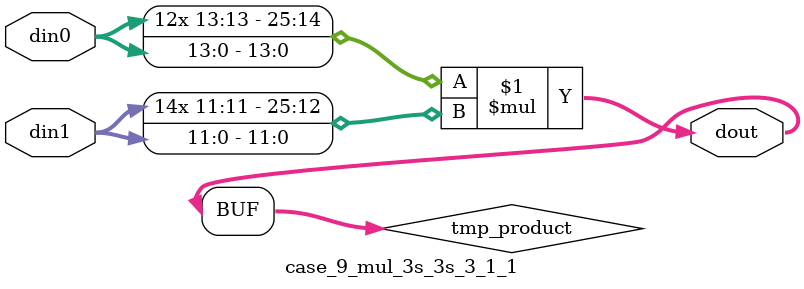
<source format=v>

`timescale 1 ns / 1 ps

 module case_9_mul_3s_3s_3_1_1(din0, din1, dout);
parameter ID = 1;
parameter NUM_STAGE = 0;
parameter din0_WIDTH = 14;
parameter din1_WIDTH = 12;
parameter dout_WIDTH = 26;

input [din0_WIDTH - 1 : 0] din0; 
input [din1_WIDTH - 1 : 0] din1; 
output [dout_WIDTH - 1 : 0] dout;

wire signed [dout_WIDTH - 1 : 0] tmp_product;



























assign tmp_product = $signed(din0) * $signed(din1);








assign dout = tmp_product;





















endmodule

</source>
